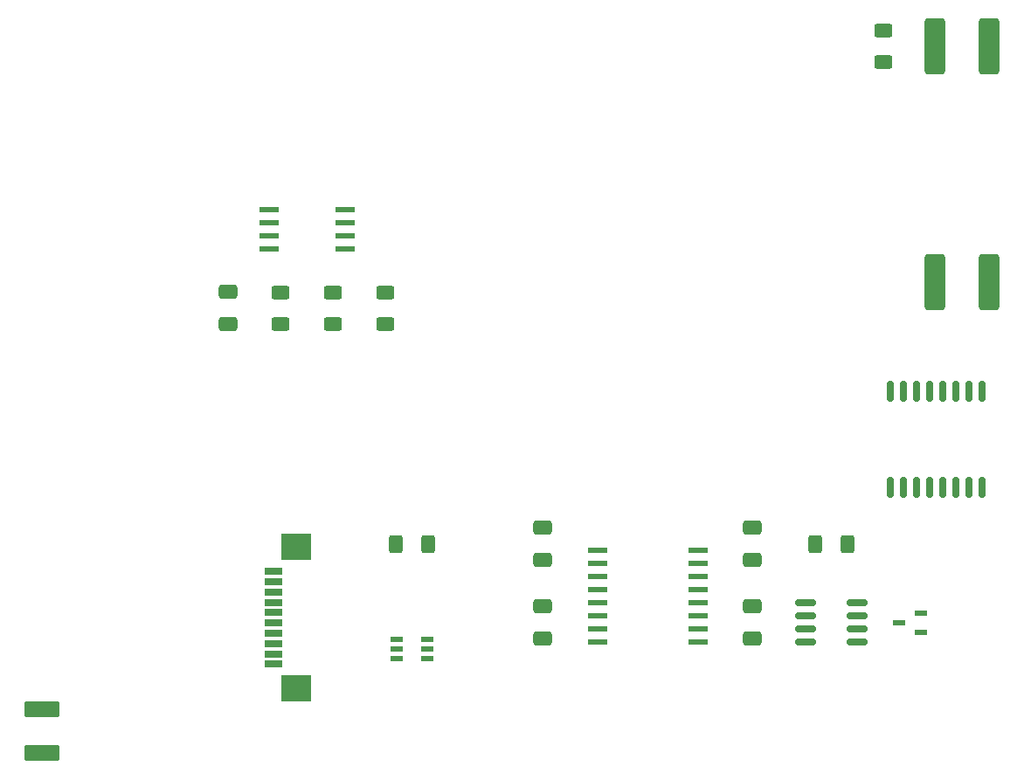
<source format=gbr>
%TF.GenerationSoftware,KiCad,Pcbnew,8.0.6-8.0.6-0~ubuntu24.04.1*%
%TF.CreationDate,2024-11-23T11:29:18+03:00*%
%TF.ProjectId,PM-CPU-RP,504d2d43-5055-42d5-9250-2e6b69636164,rev?*%
%TF.SameCoordinates,Original*%
%TF.FileFunction,Paste,Top*%
%TF.FilePolarity,Positive*%
%FSLAX46Y46*%
G04 Gerber Fmt 4.6, Leading zero omitted, Abs format (unit mm)*
G04 Created by KiCad (PCBNEW 8.0.6-8.0.6-0~ubuntu24.04.1) date 2024-11-23 11:29:18*
%MOMM*%
%LPD*%
G01*
G04 APERTURE LIST*
G04 Aperture macros list*
%AMRoundRect*
0 Rectangle with rounded corners*
0 $1 Rounding radius*
0 $2 $3 $4 $5 $6 $7 $8 $9 X,Y pos of 4 corners*
0 Add a 4 corners polygon primitive as box body*
4,1,4,$2,$3,$4,$5,$6,$7,$8,$9,$2,$3,0*
0 Add four circle primitives for the rounded corners*
1,1,$1+$1,$2,$3*
1,1,$1+$1,$4,$5*
1,1,$1+$1,$6,$7*
1,1,$1+$1,$8,$9*
0 Add four rect primitives between the rounded corners*
20,1,$1+$1,$2,$3,$4,$5,0*
20,1,$1+$1,$4,$5,$6,$7,0*
20,1,$1+$1,$6,$7,$8,$9,0*
20,1,$1+$1,$8,$9,$2,$3,0*%
G04 Aperture macros list end*
%ADD10R,1.181100X0.558800*%
%ADD11RoundRect,0.249999X-0.737501X-2.450001X0.737501X-2.450001X0.737501X2.450001X-0.737501X2.450001X0*%
%ADD12RoundRect,0.250000X-0.400000X-0.625000X0.400000X-0.625000X0.400000X0.625000X-0.400000X0.625000X0*%
%ADD13R,1.244600X0.558800*%
%ADD14RoundRect,0.250000X-0.650000X0.412500X-0.650000X-0.412500X0.650000X-0.412500X0.650000X0.412500X0*%
%ADD15RoundRect,0.250000X-0.625000X0.400000X-0.625000X-0.400000X0.625000X-0.400000X0.625000X0.400000X0*%
%ADD16RoundRect,0.250000X0.650000X-0.412500X0.650000X0.412500X-0.650000X0.412500X-0.650000X-0.412500X0*%
%ADD17R,1.854200X0.482600*%
%ADD18RoundRect,0.250000X1.450000X-0.537500X1.450000X0.537500X-1.450000X0.537500X-1.450000X-0.537500X0*%
%ADD19RoundRect,0.150000X-0.825000X-0.150000X0.825000X-0.150000X0.825000X0.150000X-0.825000X0.150000X0*%
%ADD20R,1.803400X0.635000*%
%ADD21R,2.997200X2.590800*%
%ADD22RoundRect,0.250000X0.625000X-0.400000X0.625000X0.400000X-0.625000X0.400000X-0.625000X-0.400000X0*%
%ADD23R,1.828800X0.533400*%
%ADD24RoundRect,0.250000X0.400000X0.625000X-0.400000X0.625000X-0.400000X-0.625000X0.400000X-0.625000X0*%
%ADD25RoundRect,0.150000X0.150000X-0.875000X0.150000X0.875000X-0.150000X0.875000X-0.150000X-0.875000X0*%
G04 APERTURE END LIST*
D10*
%TO.C,U7*%
X-8693150Y-33970001D03*
X-8693150Y-33020000D03*
X-8693150Y-32069999D03*
X-11626850Y-32069999D03*
X-11626850Y-33020000D03*
X-11626850Y-33970001D03*
%TD*%
D11*
%TO.C,C3*%
X40542500Y25400000D03*
X45817500Y25400000D03*
%TD*%
D12*
%TO.C,R6*%
X28930000Y-22860000D03*
X32030000Y-22860000D03*
%TD*%
D13*
%TO.C,CR1*%
X39154100Y-31430001D03*
X39154100Y-29529999D03*
X37045900Y-30480000D03*
%TD*%
D14*
%TO.C,C8*%
X22860000Y-28917500D03*
X22860000Y-32042500D03*
%TD*%
D15*
%TO.C,R1*%
X35560000Y26950000D03*
X35560000Y23850000D03*
%TD*%
D16*
%TO.C,C5*%
X2540000Y-24422500D03*
X2540000Y-21297500D03*
%TD*%
D17*
%TO.C,U4*%
X7823200Y-23495000D03*
X7823200Y-24765000D03*
X7823200Y-26035000D03*
X7823200Y-27305000D03*
X7823200Y-28575000D03*
X7823200Y-29845000D03*
X7823200Y-31115000D03*
X7823200Y-32385000D03*
X17576800Y-32385000D03*
X17576800Y-31115000D03*
X17576800Y-29845000D03*
X17576800Y-28575000D03*
X17576800Y-27305000D03*
X17576800Y-26035000D03*
X17576800Y-24765000D03*
X17576800Y-23495000D03*
%TD*%
D18*
%TO.C,C1*%
X-46000000Y-43137500D03*
X-46000000Y-38862500D03*
%TD*%
D19*
%TO.C,U5*%
X28005000Y-28575000D03*
X28005000Y-29845000D03*
X28005000Y-31115000D03*
X28005000Y-32385000D03*
X32955000Y-32385000D03*
X32955000Y-31115000D03*
X32955000Y-29845000D03*
X32955000Y-28575000D03*
%TD*%
D14*
%TO.C,C6*%
X2540000Y-28917500D03*
X2540000Y-32042500D03*
%TD*%
D20*
%TO.C,J9*%
X-23556000Y-34499991D03*
X-23556000Y-33499993D03*
X-23556000Y-32499995D03*
X-23556000Y-31499997D03*
X-23556000Y-30499999D03*
X-23556000Y-29500001D03*
X-23556000Y-28500003D03*
X-23556000Y-27500005D03*
X-23556000Y-26500007D03*
X-23556000Y-25500009D03*
D21*
X-21385999Y-36850002D03*
X-21385999Y-23149998D03*
%TD*%
D22*
%TO.C,R5*%
X-12700000Y-1550000D03*
X-12700000Y1550000D03*
%TD*%
D14*
%TO.C,C4*%
X-27940000Y1562500D03*
X-27940000Y-1562500D03*
%TD*%
D23*
%TO.C,U3*%
X-16624300Y5715000D03*
X-16624300Y6985000D03*
X-16624300Y8255000D03*
X-16624300Y9525000D03*
X-24015700Y9525000D03*
X-24015700Y8255000D03*
X-24015700Y6985000D03*
X-24015700Y5715000D03*
%TD*%
D11*
%TO.C,C2*%
X40542500Y2540000D03*
X45817500Y2540000D03*
%TD*%
D16*
%TO.C,C7*%
X22860000Y-24422500D03*
X22860000Y-21297500D03*
%TD*%
D24*
%TO.C,R2*%
X-8610000Y-22860000D03*
X-11710000Y-22860000D03*
%TD*%
D25*
%TO.C,U6*%
X36195000Y-17350000D03*
X37465000Y-17350000D03*
X38735000Y-17350000D03*
X40005000Y-17350000D03*
X41275000Y-17350000D03*
X42545000Y-17350000D03*
X43815000Y-17350000D03*
X45085000Y-17350000D03*
X45085000Y-8050000D03*
X43815000Y-8050000D03*
X42545000Y-8050000D03*
X41275000Y-8050000D03*
X40005000Y-8050000D03*
X38735000Y-8050000D03*
X37465000Y-8050000D03*
X36195000Y-8050000D03*
%TD*%
D22*
%TO.C,R4*%
X-17780000Y-1550000D03*
X-17780000Y1550000D03*
%TD*%
%TO.C,R3*%
X-22860000Y-1550000D03*
X-22860000Y1550000D03*
%TD*%
M02*

</source>
